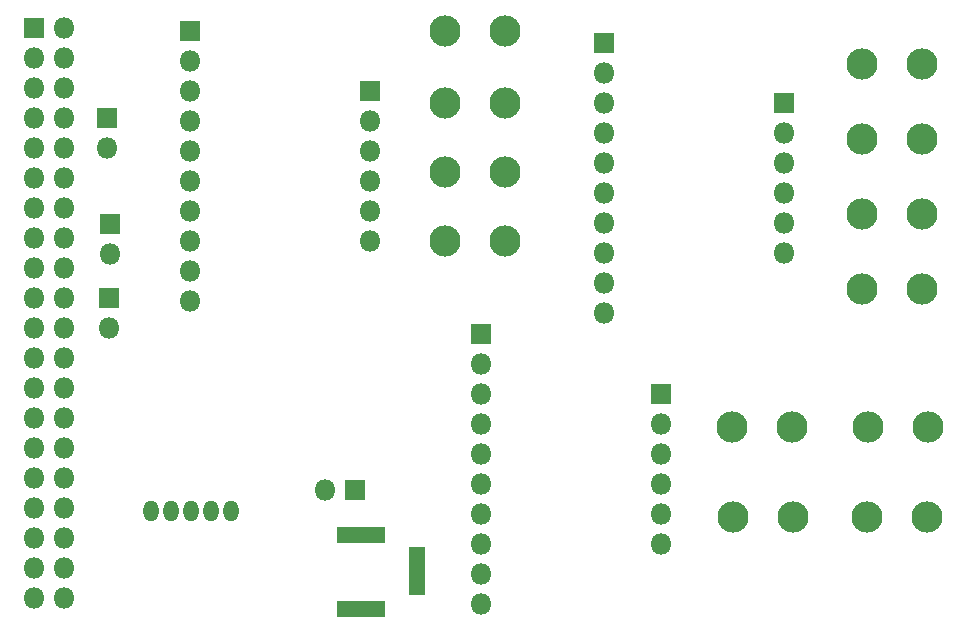
<source format=gbr>
%TF.GenerationSoftware,KiCad,Pcbnew,(5.1.6)-1*%
%TF.CreationDate,2021-04-06T11:23:56-04:00*%
%TF.ProjectId,Lithgow_DetailDesign,4c697468-676f-4775-9f44-657461696c44,2.1*%
%TF.SameCoordinates,Original*%
%TF.FileFunction,Soldermask,Bot*%
%TF.FilePolarity,Negative*%
%FSLAX46Y46*%
G04 Gerber Fmt 4.6, Leading zero omitted, Abs format (unit mm)*
G04 Created by KiCad (PCBNEW (5.1.6)-1) date 2021-04-06 11:23:56*
%MOMM*%
%LPD*%
G01*
G04 APERTURE LIST*
%ADD10R,1.800000X1.800000*%
%ADD11O,1.800000X1.800000*%
%ADD12R,1.350000X4.100000*%
%ADD13R,4.100000X1.350000*%
%ADD14C,2.640000*%
%ADD15O,1.293800X1.801800*%
G04 APERTURE END LIST*
D10*
%TO.C,J6*%
X180340000Y-77470000D03*
D11*
X180340000Y-80010000D03*
X180340000Y-82550000D03*
X180340000Y-85090000D03*
X180340000Y-87630000D03*
X180340000Y-90170000D03*
X180340000Y-92710000D03*
X180340000Y-95250000D03*
X180340000Y-97790000D03*
X180340000Y-100330000D03*
%TD*%
D12*
%TO.C,J1*%
X164566000Y-122174000D03*
D13*
X159766000Y-125424000D03*
X159766000Y-119174000D03*
%TD*%
D10*
%TO.C,J2*%
X159258000Y-115316000D03*
D11*
X156718000Y-115316000D03*
%TD*%
%TO.C,J3*%
X134620000Y-124460000D03*
X132080000Y-124460000D03*
X134620000Y-121920000D03*
X132080000Y-121920000D03*
X134620000Y-119380000D03*
X132080000Y-119380000D03*
X134620000Y-116840000D03*
X132080000Y-116840000D03*
X134620000Y-114300000D03*
X132080000Y-114300000D03*
X134620000Y-111760000D03*
X132080000Y-111760000D03*
X134620000Y-109220000D03*
X132080000Y-109220000D03*
X134620000Y-106680000D03*
X132080000Y-106680000D03*
X134620000Y-104140000D03*
X132080000Y-104140000D03*
X134620000Y-101600000D03*
X132080000Y-101600000D03*
X134620000Y-99060000D03*
X132080000Y-99060000D03*
X134620000Y-96520000D03*
X132080000Y-96520000D03*
X134620000Y-93980000D03*
X132080000Y-93980000D03*
X134620000Y-91440000D03*
X132080000Y-91440000D03*
X134620000Y-88900000D03*
X132080000Y-88900000D03*
X134620000Y-86360000D03*
X132080000Y-86360000D03*
X134620000Y-83820000D03*
X132080000Y-83820000D03*
X134620000Y-81280000D03*
X132080000Y-81280000D03*
X134620000Y-78740000D03*
X132080000Y-78740000D03*
X134620000Y-76200000D03*
D10*
X132080000Y-76200000D03*
%TD*%
D11*
%TO.C,J4*%
X145288000Y-99314000D03*
X145288000Y-96774000D03*
X145288000Y-94234000D03*
X145288000Y-91694000D03*
X145288000Y-89154000D03*
X145288000Y-86614000D03*
X145288000Y-84074000D03*
X145288000Y-81534000D03*
X145288000Y-78994000D03*
D10*
X145288000Y-76454000D03*
%TD*%
%TO.C,J5*%
X160528000Y-81534000D03*
D11*
X160528000Y-84074000D03*
X160528000Y-86614000D03*
X160528000Y-89154000D03*
X160528000Y-91694000D03*
X160528000Y-94234000D03*
%TD*%
%TO.C,J7*%
X195580000Y-95250000D03*
X195580000Y-92710000D03*
X195580000Y-90170000D03*
X195580000Y-87630000D03*
X195580000Y-85090000D03*
D10*
X195580000Y-82550000D03*
%TD*%
D11*
%TO.C,J8*%
X169926000Y-124968000D03*
X169926000Y-122428000D03*
X169926000Y-119888000D03*
X169926000Y-117348000D03*
X169926000Y-114808000D03*
X169926000Y-112268000D03*
X169926000Y-109728000D03*
X169926000Y-107188000D03*
X169926000Y-104648000D03*
D10*
X169926000Y-102108000D03*
%TD*%
%TO.C,J9*%
X185166000Y-107188000D03*
D11*
X185166000Y-109728000D03*
X185166000Y-112268000D03*
X185166000Y-114808000D03*
X185166000Y-117348000D03*
X185166000Y-119888000D03*
%TD*%
D14*
%TO.C,J10*%
X166878000Y-94234000D03*
X171958000Y-94234000D03*
%TD*%
%TO.C,J11*%
X171958000Y-88392000D03*
X166878000Y-88392000D03*
%TD*%
%TO.C,J12*%
X171958000Y-82550000D03*
X166878000Y-82550000D03*
%TD*%
%TO.C,J13*%
X166878000Y-76454000D03*
X171958000Y-76454000D03*
%TD*%
%TO.C,J14*%
X202184000Y-98298000D03*
X207264000Y-98298000D03*
%TD*%
%TO.C,J15*%
X207264000Y-91948000D03*
X202184000Y-91948000D03*
%TD*%
%TO.C,J16*%
X202184000Y-85598000D03*
X207264000Y-85598000D03*
%TD*%
%TO.C,J17*%
X207264000Y-79248000D03*
X202184000Y-79248000D03*
%TD*%
%TO.C,J18*%
X202628000Y-117602000D03*
X207708000Y-117602000D03*
%TD*%
%TO.C,J19*%
X196342000Y-117602000D03*
X191262000Y-117602000D03*
%TD*%
%TO.C,J20*%
X202692000Y-109982000D03*
X207772000Y-109982000D03*
%TD*%
%TO.C,J21*%
X196278000Y-109982000D03*
X191198000Y-109982000D03*
%TD*%
D11*
%TO.C,J22*%
X138311001Y-86360000D03*
D10*
X138311001Y-83820000D03*
%TD*%
D11*
%TO.C,J23*%
X138582400Y-95351600D03*
D10*
X138582400Y-92811600D03*
%TD*%
%TO.C,J24*%
X138430000Y-99060000D03*
D11*
X138430000Y-101600000D03*
%TD*%
D15*
%TO.C,U1*%
X148793200Y-117094000D03*
X147091400Y-117094000D03*
X145389600Y-117094000D03*
X143687800Y-117094000D03*
X141986000Y-117094000D03*
%TD*%
M02*

</source>
